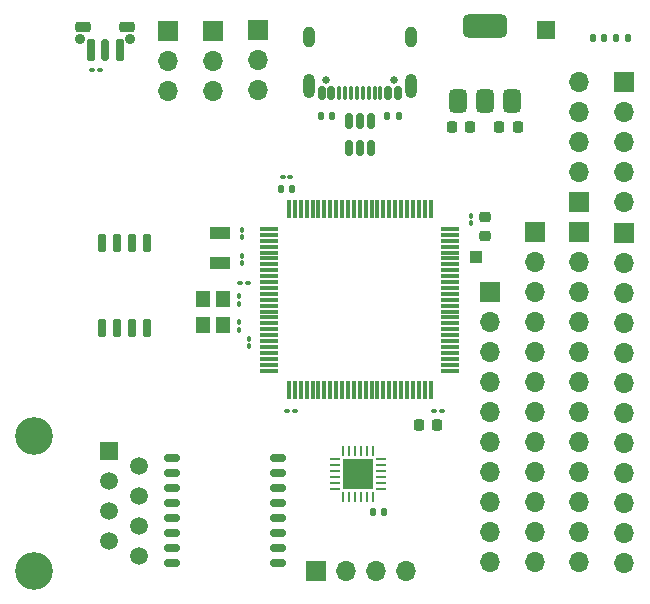
<source format=gts>
G04 #@! TF.GenerationSoftware,KiCad,Pcbnew,8.0.7*
G04 #@! TF.CreationDate,2025-01-11T17:49:48-05:00*
G04 #@! TF.ProjectId,STM32H750VBT6_Minimalistic_Design,53544d33-3248-4373-9530-564254365f4d,rev?*
G04 #@! TF.SameCoordinates,Original*
G04 #@! TF.FileFunction,Soldermask,Top*
G04 #@! TF.FilePolarity,Negative*
%FSLAX46Y46*%
G04 Gerber Fmt 4.6, Leading zero omitted, Abs format (unit mm)*
G04 Created by KiCad (PCBNEW 8.0.7) date 2025-01-11 17:49:48*
%MOMM*%
%LPD*%
G01*
G04 APERTURE LIST*
G04 Aperture macros list*
%AMRoundRect*
0 Rectangle with rounded corners*
0 $1 Rounding radius*
0 $2 $3 $4 $5 $6 $7 $8 $9 X,Y pos of 4 corners*
0 Add a 4 corners polygon primitive as box body*
4,1,4,$2,$3,$4,$5,$6,$7,$8,$9,$2,$3,0*
0 Add four circle primitives for the rounded corners*
1,1,$1+$1,$2,$3*
1,1,$1+$1,$4,$5*
1,1,$1+$1,$6,$7*
1,1,$1+$1,$8,$9*
0 Add four rect primitives between the rounded corners*
20,1,$1+$1,$2,$3,$4,$5,0*
20,1,$1+$1,$4,$5,$6,$7,0*
20,1,$1+$1,$6,$7,$8,$9,0*
20,1,$1+$1,$8,$9,$2,$3,0*%
G04 Aperture macros list end*
%ADD10RoundRect,0.100000X0.130000X0.100000X-0.130000X0.100000X-0.130000X-0.100000X0.130000X-0.100000X0*%
%ADD11RoundRect,0.100000X-0.130000X-0.100000X0.130000X-0.100000X0.130000X0.100000X-0.130000X0.100000X0*%
%ADD12RoundRect,0.062500X0.375000X0.062500X-0.375000X0.062500X-0.375000X-0.062500X0.375000X-0.062500X0*%
%ADD13RoundRect,0.062500X0.062500X0.375000X-0.062500X0.375000X-0.062500X-0.375000X0.062500X-0.375000X0*%
%ADD14R,2.500000X2.500000*%
%ADD15R,1.700000X1.700000*%
%ADD16O,1.700000X1.700000*%
%ADD17RoundRect,0.100000X-0.100000X0.130000X-0.100000X-0.130000X0.100000X-0.130000X0.100000X0.130000X0*%
%ADD18C,0.650000*%
%ADD19RoundRect,0.150000X0.150000X0.425000X-0.150000X0.425000X-0.150000X-0.425000X0.150000X-0.425000X0*%
%ADD20RoundRect,0.075000X0.075000X0.500000X-0.075000X0.500000X-0.075000X-0.500000X0.075000X-0.500000X0*%
%ADD21O,1.000000X2.100000*%
%ADD22O,1.000000X1.800000*%
%ADD23RoundRect,0.150000X0.150000X-0.650000X0.150000X0.650000X-0.150000X0.650000X-0.150000X-0.650000X0*%
%ADD24RoundRect,0.140000X-0.140000X-0.170000X0.140000X-0.170000X0.140000X0.170000X-0.140000X0.170000X0*%
%ADD25C,0.900000*%
%ADD26RoundRect,0.187500X0.187500X0.712500X-0.187500X0.712500X-0.187500X-0.712500X0.187500X-0.712500X0*%
%ADD27RoundRect,0.150000X0.150000X0.750000X-0.150000X0.750000X-0.150000X-0.750000X0.150000X-0.750000X0*%
%ADD28RoundRect,0.225000X0.425000X0.225000X-0.425000X0.225000X-0.425000X-0.225000X0.425000X-0.225000X0*%
%ADD29RoundRect,0.075000X-0.075000X-0.725000X0.075000X-0.725000X0.075000X0.725000X-0.075000X0.725000X0*%
%ADD30RoundRect,0.075000X-0.725000X-0.075000X0.725000X-0.075000X0.725000X0.075000X-0.725000X0.075000X0*%
%ADD31RoundRect,0.100000X0.100000X-0.130000X0.100000X0.130000X-0.100000X0.130000X-0.100000X-0.130000X0*%
%ADD32RoundRect,0.150000X-0.150000X0.512500X-0.150000X-0.512500X0.150000X-0.512500X0.150000X0.512500X0*%
%ADD33RoundRect,0.225000X-0.225000X-0.250000X0.225000X-0.250000X0.225000X0.250000X-0.225000X0.250000X0*%
%ADD34R,1.500000X1.500000*%
%ADD35R,1.200000X1.400000*%
%ADD36C,3.200000*%
%ADD37C,1.500000*%
%ADD38RoundRect,0.225000X0.250000X-0.225000X0.250000X0.225000X-0.250000X0.225000X-0.250000X-0.225000X0*%
%ADD39RoundRect,0.225000X0.225000X0.250000X-0.225000X0.250000X-0.225000X-0.250000X0.225000X-0.250000X0*%
%ADD40R,1.000000X1.000000*%
%ADD41RoundRect,0.150000X-0.537500X-0.150000X0.537500X-0.150000X0.537500X0.150000X-0.537500X0.150000X0*%
%ADD42RoundRect,0.140000X0.140000X0.170000X-0.140000X0.170000X-0.140000X-0.170000X0.140000X-0.170000X0*%
%ADD43RoundRect,0.375000X0.375000X-0.625000X0.375000X0.625000X-0.375000X0.625000X-0.375000X-0.625000X0*%
%ADD44RoundRect,0.500000X1.400000X-0.500000X1.400000X0.500000X-1.400000X0.500000X-1.400000X-0.500000X0*%
%ADD45R,1.800000X1.000000*%
G04 APERTURE END LIST*
D10*
X120370000Y-84915000D03*
X119730000Y-84915000D03*
D11*
X135880000Y-94000000D03*
X136520000Y-94000000D03*
D12*
X144187500Y-120387500D03*
X144187500Y-119887500D03*
X144187500Y-119387500D03*
X144187500Y-118887500D03*
X144187500Y-118387500D03*
X144187500Y-117887500D03*
D13*
X143500000Y-117200000D03*
X143000000Y-117200000D03*
X142500000Y-117200000D03*
X142000000Y-117200000D03*
X141500000Y-117200000D03*
X141000000Y-117200000D03*
D12*
X140312500Y-117887500D03*
X140312500Y-118387500D03*
X140312500Y-118887500D03*
X140312500Y-119387500D03*
X140312500Y-119887500D03*
X140312500Y-120387500D03*
D13*
X141000000Y-121075000D03*
X141500000Y-121075000D03*
X142000000Y-121075000D03*
X142500000Y-121075000D03*
X143000000Y-121075000D03*
X143500000Y-121075000D03*
D14*
X142250000Y-119137500D03*
D11*
X148680000Y-113830000D03*
X149320000Y-113830000D03*
D15*
X164800000Y-85970000D03*
D16*
X164800000Y-88510000D03*
X164800000Y-91050000D03*
X164800000Y-93590000D03*
X164800000Y-96130000D03*
D17*
X132400000Y-100680000D03*
X132400000Y-101320000D03*
D18*
X145290000Y-85800000D03*
X139510000Y-85800000D03*
D19*
X145600000Y-86875000D03*
X144800000Y-86875000D03*
D20*
X143650000Y-86875000D03*
X142650000Y-86875000D03*
X142150000Y-86875000D03*
X141150000Y-86875000D03*
D19*
X140000000Y-86875000D03*
X139200000Y-86875000D03*
X139200000Y-86875000D03*
X140000000Y-86875000D03*
D20*
X140650000Y-86875000D03*
X141650000Y-86875000D03*
X143150000Y-86875000D03*
X144150000Y-86875000D03*
D19*
X144800000Y-86875000D03*
X145600000Y-86875000D03*
D21*
X146720000Y-86300000D03*
D22*
X146720000Y-82120000D03*
D21*
X138080000Y-86300000D03*
D22*
X138080000Y-82120000D03*
D23*
X120590000Y-106800000D03*
X121860000Y-106800000D03*
X123130000Y-106800000D03*
X124400000Y-106800000D03*
X124400000Y-99600000D03*
X123130000Y-99600000D03*
X121860000Y-99600000D03*
X120590000Y-99600000D03*
D24*
X139120000Y-88800000D03*
X140080000Y-88800000D03*
D25*
X122975000Y-82315000D03*
X118725000Y-82315000D03*
D26*
X122075000Y-83215000D03*
X119625000Y-83215000D03*
D27*
X120850000Y-83215000D03*
D28*
X122700000Y-81265000D03*
X119000000Y-81265000D03*
D29*
X136400000Y-96725000D03*
X136900000Y-96725000D03*
X137400000Y-96725000D03*
X137900000Y-96725000D03*
X138400000Y-96725000D03*
X138900000Y-96725000D03*
X139400000Y-96725000D03*
X139900000Y-96725000D03*
X140400000Y-96725000D03*
X140900000Y-96725000D03*
X141400000Y-96725000D03*
X141900000Y-96725000D03*
X142400000Y-96725000D03*
X142900000Y-96725000D03*
X143400000Y-96725000D03*
X143900000Y-96725000D03*
X144400000Y-96725000D03*
X144900000Y-96725000D03*
X145400000Y-96725000D03*
X145900000Y-96725000D03*
X146400000Y-96725000D03*
X146900000Y-96725000D03*
X147400000Y-96725000D03*
X147900000Y-96725000D03*
X148400000Y-96725000D03*
D30*
X150075000Y-98400000D03*
X150075000Y-98900000D03*
X150075000Y-99400000D03*
X150075000Y-99900000D03*
X150075000Y-100400000D03*
X150075000Y-100900000D03*
X150075000Y-101400000D03*
X150075000Y-101900000D03*
X150075000Y-102400000D03*
X150075000Y-102900000D03*
X150075000Y-103400000D03*
X150075000Y-103900000D03*
X150075000Y-104400000D03*
X150075000Y-104900000D03*
X150075000Y-105400000D03*
X150075000Y-105900000D03*
X150075000Y-106400000D03*
X150075000Y-106900000D03*
X150075000Y-107400000D03*
X150075000Y-107900000D03*
X150075000Y-108400000D03*
X150075000Y-108900000D03*
X150075000Y-109400000D03*
X150075000Y-109900000D03*
X150075000Y-110400000D03*
D29*
X148400000Y-112075000D03*
X147900000Y-112075000D03*
X147400000Y-112075000D03*
X146900000Y-112075000D03*
X146400000Y-112075000D03*
X145900000Y-112075000D03*
X145400000Y-112075000D03*
X144900000Y-112075000D03*
X144400000Y-112075000D03*
X143900000Y-112075000D03*
X143400000Y-112075000D03*
X142900000Y-112075000D03*
X142400000Y-112075000D03*
X141900000Y-112075000D03*
X141400000Y-112075000D03*
X140900000Y-112075000D03*
X140400000Y-112075000D03*
X139900000Y-112075000D03*
X139400000Y-112075000D03*
X138900000Y-112075000D03*
X138400000Y-112075000D03*
X137900000Y-112075000D03*
X137400000Y-112075000D03*
X136900000Y-112075000D03*
X136400000Y-112075000D03*
D30*
X134725000Y-110400000D03*
X134725000Y-109900000D03*
X134725000Y-109400000D03*
X134725000Y-108900000D03*
X134725000Y-108400000D03*
X134725000Y-107900000D03*
X134725000Y-107400000D03*
X134725000Y-106900000D03*
X134725000Y-106400000D03*
X134725000Y-105900000D03*
X134725000Y-105400000D03*
X134725000Y-104900000D03*
X134725000Y-104400000D03*
X134725000Y-103900000D03*
X134725000Y-103400000D03*
X134725000Y-102900000D03*
X134725000Y-102400000D03*
X134725000Y-101900000D03*
X134725000Y-101400000D03*
X134725000Y-100900000D03*
X134725000Y-100400000D03*
X134725000Y-99900000D03*
X134725000Y-99400000D03*
X134725000Y-98900000D03*
X134725000Y-98400000D03*
D15*
X153400000Y-103775000D03*
D16*
X153400000Y-106315000D03*
X153400000Y-108855000D03*
X153400000Y-111395000D03*
X153400000Y-113935000D03*
X153400000Y-116475000D03*
X153400000Y-119015000D03*
X153400000Y-121555000D03*
X153400000Y-124095000D03*
X153400000Y-126635000D03*
D31*
X133000000Y-108320000D03*
X133000000Y-107680000D03*
D32*
X143350000Y-89262500D03*
X142400000Y-89262500D03*
X141450000Y-89262500D03*
X141450000Y-91537500D03*
X142400000Y-91537500D03*
X143350000Y-91537500D03*
D10*
X132920000Y-103000000D03*
X132280000Y-103000000D03*
X136920000Y-113800000D03*
X136280000Y-113800000D03*
D24*
X135720000Y-95000000D03*
X136680000Y-95000000D03*
D15*
X157200000Y-98660000D03*
D16*
X157200000Y-101200000D03*
X157200000Y-103740000D03*
X157200000Y-106280000D03*
X157200000Y-108820000D03*
X157200000Y-111360000D03*
X157200000Y-113900000D03*
X157200000Y-116440000D03*
X157200000Y-118980000D03*
X157200000Y-121520000D03*
X157200000Y-124060000D03*
X157200000Y-126600000D03*
D15*
X164800000Y-98720000D03*
D16*
X164800000Y-101260000D03*
X164800000Y-103800000D03*
X164800000Y-106340000D03*
X164800000Y-108880000D03*
X164800000Y-111420000D03*
X164800000Y-113960000D03*
X164800000Y-116500000D03*
X164800000Y-119040000D03*
X164800000Y-121580000D03*
X164800000Y-124120000D03*
X164800000Y-126660000D03*
D33*
X154225000Y-89800000D03*
X155775000Y-89800000D03*
D15*
X126200000Y-81660000D03*
D16*
X126200000Y-84200000D03*
X126200000Y-86740000D03*
D34*
X158200000Y-81600000D03*
D35*
X130850000Y-106500000D03*
X130850000Y-104300000D03*
X129150000Y-104300000D03*
X129150000Y-106500000D03*
D36*
X114850000Y-115910000D03*
X114850000Y-127340000D03*
D34*
X121200000Y-117180000D03*
D37*
X123740000Y-118450000D03*
X121200000Y-119720000D03*
X123740000Y-120990000D03*
X121200000Y-122260000D03*
X123740000Y-123530000D03*
X121200000Y-124800000D03*
X123740000Y-126070000D03*
D17*
X132200000Y-106280000D03*
X132200000Y-106920000D03*
D24*
X164120000Y-82200000D03*
X165080000Y-82200000D03*
D15*
X138720000Y-127400000D03*
D16*
X141260000Y-127400000D03*
X143800000Y-127400000D03*
X146340000Y-127400000D03*
D15*
X133800000Y-81600000D03*
D16*
X133800000Y-84140000D03*
X133800000Y-86680000D03*
D38*
X153000000Y-98975000D03*
X153000000Y-97425000D03*
D39*
X151775000Y-89800000D03*
X150225000Y-89800000D03*
D40*
X152200000Y-100800000D03*
D31*
X132400000Y-99120000D03*
X132400000Y-98480000D03*
D15*
X161000000Y-98660000D03*
D16*
X161000000Y-101200000D03*
X161000000Y-103740000D03*
X161000000Y-106280000D03*
X161000000Y-108820000D03*
X161000000Y-111360000D03*
X161000000Y-113900000D03*
X161000000Y-116440000D03*
X161000000Y-118980000D03*
X161000000Y-121520000D03*
X161000000Y-124060000D03*
X161000000Y-126600000D03*
D41*
X126512500Y-117755000D03*
X126512500Y-119025000D03*
X126512500Y-120295000D03*
X126512500Y-121565000D03*
X126512500Y-122835000D03*
X126512500Y-124105000D03*
X126512500Y-125375000D03*
X126512500Y-126645000D03*
X135487500Y-126645000D03*
X135487500Y-125375000D03*
X135487500Y-124105000D03*
X135487500Y-122835000D03*
X135487500Y-121565000D03*
X135487500Y-120295000D03*
X135487500Y-119025000D03*
X135487500Y-117755000D03*
D15*
X130000000Y-81660000D03*
D16*
X130000000Y-84200000D03*
X130000000Y-86740000D03*
D31*
X132200000Y-104720000D03*
X132200000Y-104080000D03*
D42*
X145680000Y-88800000D03*
X144720000Y-88800000D03*
D24*
X143520000Y-122400000D03*
X144480000Y-122400000D03*
D43*
X150700000Y-87550000D03*
X153000000Y-87550000D03*
D44*
X153000000Y-81250000D03*
D43*
X155300000Y-87550000D03*
D42*
X163080000Y-82200000D03*
X162120000Y-82200000D03*
D31*
X151800000Y-97920000D03*
X151800000Y-97280000D03*
D33*
X147425000Y-115000000D03*
X148975000Y-115000000D03*
D15*
X161000000Y-96120000D03*
D16*
X161000000Y-93580000D03*
X161000000Y-91040000D03*
X161000000Y-88500000D03*
X161000000Y-85960000D03*
D45*
X130600000Y-101250000D03*
X130600000Y-98750000D03*
M02*

</source>
